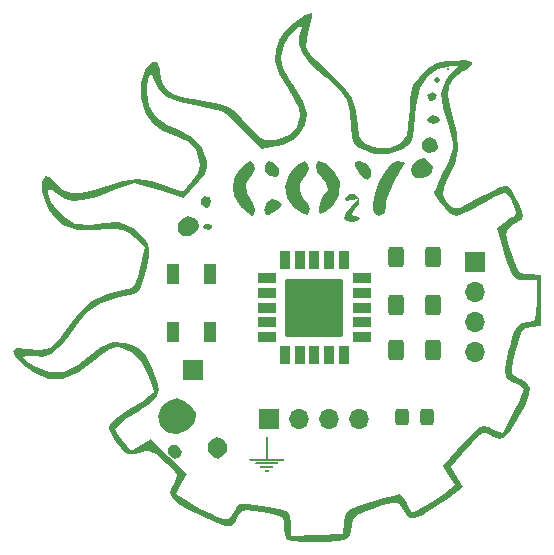
<source format=gbr>
%TF.GenerationSoftware,KiCad,Pcbnew,7.0.8*%
%TF.CreationDate,2024-03-19T09:57:53+01:00*%
%TF.ProjectId,CO2Y-brkout,434f3259-2d62-4726-9b6f-75742e6b6963,rev?*%
%TF.SameCoordinates,Original*%
%TF.FileFunction,Soldermask,Top*%
%TF.FilePolarity,Negative*%
%FSLAX46Y46*%
G04 Gerber Fmt 4.6, Leading zero omitted, Abs format (unit mm)*
G04 Created by KiCad (PCBNEW 7.0.8) date 2024-03-19 09:57:53*
%MOMM*%
%LPD*%
G01*
G04 APERTURE LIST*
G04 Aperture macros list*
%AMRoundRect*
0 Rectangle with rounded corners*
0 $1 Rounding radius*
0 $2 $3 $4 $5 $6 $7 $8 $9 X,Y pos of 4 corners*
0 Add a 4 corners polygon primitive as box body*
4,1,4,$2,$3,$4,$5,$6,$7,$8,$9,$2,$3,0*
0 Add four circle primitives for the rounded corners*
1,1,$1+$1,$2,$3*
1,1,$1+$1,$4,$5*
1,1,$1+$1,$6,$7*
1,1,$1+$1,$8,$9*
0 Add four rect primitives between the rounded corners*
20,1,$1+$1,$2,$3,$4,$5,0*
20,1,$1+$1,$4,$5,$6,$7,0*
20,1,$1+$1,$6,$7,$8,$9,0*
20,1,$1+$1,$8,$9,$2,$3,0*%
G04 Aperture macros list end*
%ADD10RoundRect,0.050800X-2.400000X-2.400000X2.400000X-2.400000X2.400000X2.400000X-2.400000X2.400000X0*%
%ADD11RoundRect,0.050800X0.400000X0.750000X-0.400000X0.750000X-0.400000X-0.750000X0.400000X-0.750000X0*%
%ADD12RoundRect,0.050800X0.750000X-0.400000X0.750000X0.400000X-0.750000X0.400000X-0.750000X-0.400000X0*%
%ADD13RoundRect,0.050800X-0.400000X-0.750000X0.400000X-0.750000X0.400000X0.750000X-0.400000X0.750000X0*%
%ADD14RoundRect,0.050800X-0.750000X0.400000X-0.750000X-0.400000X0.750000X-0.400000X0.750000X0.400000X0*%
%ADD15R,1.700000X1.700000*%
%ADD16O,1.700000X1.700000*%
%ADD17R,1.000000X1.800000*%
%ADD18RoundRect,0.249999X-0.325001X-0.450001X0.325001X-0.450001X0.325001X0.450001X-0.325001X0.450001X0*%
%ADD19RoundRect,0.250000X-0.400000X-0.625000X0.400000X-0.625000X0.400000X0.625000X-0.400000X0.625000X0*%
G04 APERTURE END LIST*
%TO.C,graf5*%
G36*
X155037277Y-56755489D02*
G01*
X154902170Y-56890595D01*
X154767064Y-56755489D01*
X154902170Y-56620383D01*
X155037277Y-56755489D01*
G37*
G36*
X153910822Y-58919531D02*
G01*
X153956426Y-59036350D01*
X153777637Y-59389199D01*
X153431079Y-59473699D01*
X153318583Y-59405235D01*
X153154206Y-59012990D01*
X153443423Y-58789927D01*
X153551106Y-58782085D01*
X153910822Y-58919531D01*
G37*
G36*
X154126333Y-60842530D02*
G01*
X154226638Y-61078893D01*
X154001363Y-61408983D01*
X153686213Y-61484212D01*
X153246093Y-61315256D01*
X153145787Y-61078893D01*
X153371062Y-60748803D01*
X153686213Y-60673574D01*
X154126333Y-60842530D01*
G37*
G36*
X154218786Y-57636646D02*
G01*
X154226638Y-57701234D01*
X154021013Y-57963594D01*
X153956426Y-57971446D01*
X153694065Y-57765821D01*
X153686213Y-57701234D01*
X153891838Y-57438873D01*
X153956426Y-57431021D01*
X154218786Y-57636646D01*
G37*
G36*
X153920833Y-62777163D02*
G01*
X154086751Y-63305747D01*
X154029210Y-63578361D01*
X153696582Y-63866215D01*
X153183024Y-63879575D01*
X152766170Y-63629916D01*
X152708043Y-63523748D01*
X152699515Y-62937280D01*
X153123552Y-62600622D01*
X153403038Y-62565063D01*
X153920833Y-62777163D01*
G37*
G36*
X153262129Y-64611496D02*
G01*
X153638359Y-65105143D01*
X153571767Y-65508892D01*
X153361958Y-65753574D01*
X152816890Y-66036502D01*
X152217296Y-66033648D01*
X151974865Y-65897687D01*
X151790072Y-65387831D01*
X151963810Y-64805424D01*
X152316384Y-64466596D01*
X152860623Y-64348695D01*
X153262129Y-64611496D01*
G37*
%TO.C,graf4*%
G36*
X148024929Y-64837685D02*
G01*
X148368501Y-65368962D01*
X148368842Y-65891383D01*
X148102976Y-66207181D01*
X147714786Y-66001702D01*
X147378099Y-65563124D01*
X147024584Y-64968006D01*
X147008674Y-64688599D01*
X147341764Y-64609749D01*
X147472621Y-64607873D01*
X148024929Y-64837685D01*
G37*
G36*
X140223453Y-64794754D02*
G01*
X140571059Y-65211016D01*
X140618381Y-65640081D01*
X140599018Y-65676887D01*
X140325039Y-65916190D01*
X139860319Y-65836614D01*
X139713511Y-65779980D01*
X139436439Y-65461713D01*
X139396372Y-65000792D01*
X139585696Y-64656108D01*
X139747978Y-64607873D01*
X140223453Y-64794754D01*
G37*
G36*
X140581350Y-67944561D02*
G01*
X140585334Y-67947461D01*
X140896336Y-68227402D01*
X140814516Y-68464837D01*
X140435488Y-68753521D01*
X139801141Y-69131008D01*
X139473183Y-69122065D01*
X139375912Y-68722451D01*
X139375745Y-68694150D01*
X139558216Y-68054757D01*
X140008599Y-67774945D01*
X140581350Y-67944561D01*
G37*
G36*
X144652407Y-64841535D02*
G01*
X145282753Y-65427252D01*
X145698357Y-66192116D01*
X145748728Y-66391733D01*
X145697597Y-67471673D01*
X145179558Y-68406172D01*
X144509788Y-68931277D01*
X144107880Y-69074997D01*
X143977270Y-68817260D01*
X143969362Y-68568551D01*
X144128390Y-67919679D01*
X144374681Y-67580213D01*
X144748488Y-67017223D01*
X144588113Y-66407611D01*
X144239575Y-66031346D01*
X143860573Y-65545598D01*
X143702926Y-65030827D01*
X143800493Y-64671896D01*
X143978869Y-64607873D01*
X144652407Y-64841535D01*
G37*
G36*
X138491577Y-64807988D02*
G01*
X138540899Y-65267843D01*
X138330424Y-65776697D01*
X138159788Y-65958936D01*
X137792678Y-66566418D01*
X137878251Y-67273284D01*
X138159788Y-67676717D01*
X138442659Y-68145105D01*
X138561187Y-68693276D01*
X138491178Y-69106677D01*
X138331741Y-69201490D01*
X138004197Y-69026662D01*
X137494950Y-68595451D01*
X137385997Y-68489110D01*
X136783250Y-67564799D01*
X136673618Y-66904274D01*
X136828234Y-66127727D01*
X137215034Y-65369021D01*
X137718446Y-64804411D01*
X138179400Y-64607873D01*
X138491577Y-64807988D01*
G37*
G36*
X151132281Y-64657459D02*
G01*
X151265107Y-64738920D01*
X151134731Y-65021860D01*
X150797719Y-65617164D01*
X150454469Y-66187422D01*
X149992763Y-67088077D01*
X149699976Y-67950264D01*
X149643830Y-68353183D01*
X149567039Y-68963228D01*
X149276917Y-69187872D01*
X149103405Y-69201490D01*
X148735113Y-69099238D01*
X148583305Y-68696868D01*
X148562979Y-68228016D01*
X148701575Y-67333951D01*
X149061511Y-66380198D01*
X149559014Y-65511567D01*
X150110306Y-64872869D01*
X150631614Y-64608915D01*
X150657128Y-64608147D01*
X151132281Y-64657459D01*
G37*
G36*
X143094278Y-64808563D02*
G01*
X143133090Y-65268497D01*
X142924375Y-65774467D01*
X142753405Y-65958936D01*
X142424282Y-66494525D01*
X142376150Y-67153738D01*
X142612633Y-67681481D01*
X142727685Y-67769446D01*
X143076026Y-68160501D01*
X143209478Y-68671491D01*
X143081900Y-69061260D01*
X142985791Y-69118512D01*
X142596785Y-69028518D01*
X142032790Y-68667926D01*
X141918451Y-68573584D01*
X141299510Y-67724372D01*
X141144468Y-66733848D01*
X141458503Y-65746422D01*
X141800719Y-65290792D01*
X142332531Y-64826835D01*
X142770066Y-64610018D01*
X142800507Y-64607873D01*
X143094278Y-64808563D01*
G37*
G36*
X147375647Y-67692972D02*
G01*
X147380611Y-67705413D01*
X147340391Y-68223911D01*
X147067701Y-68671128D01*
X146756403Y-69055917D01*
X146819822Y-69188777D01*
X147034929Y-69201490D01*
X147420623Y-69335367D01*
X147482128Y-69471702D01*
X147250885Y-69674828D01*
X146806596Y-69741915D01*
X146299078Y-69632415D01*
X146131064Y-69421565D01*
X146299996Y-69015630D01*
X146709553Y-68468439D01*
X146739043Y-68435787D01*
X147347022Y-67770359D01*
X146723613Y-67924237D01*
X146257731Y-67947795D01*
X146205579Y-67761610D01*
X146538879Y-67420280D01*
X147022586Y-67392920D01*
X147375647Y-67692972D01*
G37*
%TO.C,graf2*%
G36*
X131893953Y-88604215D02*
G01*
X132150201Y-88778857D01*
X132356057Y-89242956D01*
X132192407Y-89643185D01*
X131771651Y-89776104D01*
X131620888Y-89736877D01*
X131247710Y-89371525D01*
X131243433Y-88875911D01*
X131484441Y-88592145D01*
X131893953Y-88604215D01*
G37*
G36*
X135892477Y-88163416D02*
G01*
X136196879Y-88595716D01*
X136184071Y-89147408D01*
X135948901Y-89502735D01*
X135482423Y-89795348D01*
X135033760Y-89655479D01*
X134556201Y-89133749D01*
X134555592Y-88555371D01*
X134821140Y-88215325D01*
X135393139Y-87990091D01*
X135892477Y-88163416D01*
G37*
G36*
X132585300Y-84886188D02*
G01*
X133194466Y-85355920D01*
X133576488Y-85921422D01*
X133620213Y-86146320D01*
X133385018Y-86814776D01*
X132806610Y-87393983D01*
X132075757Y-87711471D01*
X131868574Y-87729979D01*
X131080364Y-87507877D01*
X130564103Y-86949152D01*
X130381830Y-86215173D01*
X130595584Y-85467309D01*
X130871809Y-85137284D01*
X131498389Y-84781096D01*
X131952660Y-84690086D01*
X132585300Y-84886188D01*
G37*
%TO.C,graf3*%
G36*
X134925549Y-70044546D02*
G01*
X134971277Y-70168851D01*
X134752416Y-70408578D01*
X134565958Y-70439064D01*
X134206367Y-70293157D01*
X134160639Y-70168851D01*
X134379499Y-69929124D01*
X134565958Y-69898638D01*
X134925549Y-70044546D01*
G37*
G36*
X134657440Y-67598629D02*
G01*
X134731562Y-67659349D01*
X134882850Y-68085446D01*
X134685764Y-68462097D01*
X134430851Y-68547575D01*
X134084293Y-68350742D01*
X134010981Y-68253818D01*
X133979415Y-67841723D01*
X134265306Y-67565244D01*
X134657440Y-67598629D01*
G37*
G36*
X133446981Y-69394098D02*
G01*
X133710201Y-69673329D01*
X133834268Y-70204345D01*
X133639011Y-70551520D01*
X133097505Y-70914644D01*
X132513540Y-70926421D01*
X132104827Y-70588820D01*
X132082559Y-70537442D01*
X132055831Y-69913153D01*
X132385243Y-69455613D01*
X132904419Y-69253151D01*
X133446981Y-69394098D01*
G37*
%TO.C,SENSIRION*%
G36*
X143399975Y-52056950D02*
G01*
X143416607Y-52385793D01*
X143273363Y-53032076D01*
X143162935Y-53384569D01*
X142953895Y-54244435D01*
X142929821Y-54943327D01*
X142964602Y-55088044D01*
X143255406Y-55510726D01*
X143849612Y-56154448D01*
X144632678Y-56897639D01*
X144851863Y-57091107D01*
X146022875Y-58221766D01*
X146771739Y-59256617D01*
X147168387Y-60323280D01*
X147282775Y-61527418D01*
X147389605Y-62495657D01*
X147776953Y-63088002D01*
X148545105Y-63414136D01*
X149096114Y-63510692D01*
X150009557Y-63505559D01*
X150746952Y-63151108D01*
X150827909Y-63089146D01*
X151187754Y-62752982D01*
X151414016Y-62345564D01*
X151549614Y-61725619D01*
X151637466Y-60751872D01*
X151662543Y-60341798D01*
X151740810Y-59234747D01*
X151857297Y-58504282D01*
X152068955Y-57986888D01*
X152432736Y-57519050D01*
X152764848Y-57176969D01*
X153398074Y-56608115D01*
X153994203Y-56292775D01*
X154779575Y-56136111D01*
X155375426Y-56083133D01*
X156413473Y-56063244D01*
X156931973Y-56191241D01*
X156930812Y-56467003D01*
X156409880Y-56890407D01*
X156220971Y-57006040D01*
X155439916Y-57580745D01*
X155027574Y-58233123D01*
X154950907Y-59085937D01*
X155176877Y-60261949D01*
X155261967Y-60569416D01*
X155648293Y-62249785D01*
X155724186Y-63620016D01*
X155482912Y-64816993D01*
X155002864Y-65835746D01*
X154552264Y-66776726D01*
X154503860Y-67485585D01*
X154870650Y-68105148D01*
X155240619Y-68448460D01*
X155521746Y-68583971D01*
X155917581Y-68534871D01*
X156537230Y-68265404D01*
X157489798Y-67739813D01*
X157603718Y-67674018D01*
X158540051Y-67170538D01*
X159324054Y-66819353D01*
X159822741Y-66677760D01*
X159898459Y-66685325D01*
X160212618Y-66991756D01*
X160623481Y-67623728D01*
X160856701Y-68066497D01*
X161196145Y-68821876D01*
X161287794Y-69247516D01*
X161150945Y-69483489D01*
X161060108Y-69542935D01*
X160348489Y-69971859D01*
X159965901Y-70337573D01*
X159867021Y-70793888D01*
X160006524Y-71494615D01*
X160248154Y-72298427D01*
X160552989Y-73243624D01*
X160801433Y-73789614D01*
X161091802Y-74054995D01*
X161522413Y-74158370D01*
X161812640Y-74185671D01*
X162820009Y-74269183D01*
X162820009Y-76430885D01*
X162820009Y-78592587D01*
X161970913Y-78675090D01*
X161505643Y-78755874D01*
X161203660Y-78969248D01*
X160976752Y-79439737D01*
X160736706Y-80291871D01*
X160687402Y-80487006D01*
X160424771Y-81553677D01*
X160306476Y-82217799D01*
X160350552Y-82602280D01*
X160575035Y-82830031D01*
X160997957Y-83023961D01*
X161063626Y-83051098D01*
X161586474Y-83355516D01*
X161820122Y-83774550D01*
X161759535Y-84394176D01*
X161399678Y-85300374D01*
X160871658Y-86328883D01*
X160261423Y-87370648D01*
X159762511Y-87959426D01*
X159290211Y-88145849D01*
X158759815Y-87980548D01*
X158443813Y-87780042D01*
X158128364Y-87600353D01*
X157838895Y-87612695D01*
X157469272Y-87879700D01*
X156913363Y-88464000D01*
X156508139Y-88922342D01*
X155150824Y-90469741D01*
X155689405Y-91341182D01*
X156227985Y-92212624D01*
X154973882Y-93122728D01*
X154073342Y-93743327D01*
X153171947Y-94313539D01*
X152769340Y-94544676D01*
X152158176Y-94828606D01*
X151731631Y-94829413D01*
X151349709Y-94482553D01*
X150872419Y-93723479D01*
X150830346Y-93650683D01*
X150607468Y-93503197D01*
X150137894Y-93531377D01*
X149320939Y-93748842D01*
X148754697Y-93931493D01*
X147787606Y-94266388D01*
X147220462Y-94531236D01*
X146938259Y-94819939D01*
X146825989Y-95226398D01*
X146795242Y-95531354D01*
X146640341Y-96258762D01*
X146277844Y-96611247D01*
X146119710Y-96665471D01*
X145534051Y-96751993D01*
X144653911Y-96804655D01*
X143635529Y-96823897D01*
X142635141Y-96810156D01*
X141808985Y-96763870D01*
X141313299Y-96685479D01*
X141248023Y-96651807D01*
X141123098Y-96279893D01*
X141068013Y-95627061D01*
X141067882Y-95593347D01*
X141031331Y-95069745D01*
X140831671Y-94766623D01*
X140333893Y-94568112D01*
X139703518Y-94422425D01*
X138553335Y-94205225D01*
X137816745Y-94156380D01*
X137390935Y-94284912D01*
X137173093Y-94599843D01*
X137157541Y-94645845D01*
X136911377Y-95208897D01*
X136560705Y-95485170D01*
X136014357Y-95475463D01*
X135181163Y-95180577D01*
X134111769Y-94672555D01*
X132839810Y-94012557D01*
X132005539Y-93500574D01*
X131550330Y-93070772D01*
X131415556Y-92657316D01*
X131542592Y-92194372D01*
X131677326Y-91938771D01*
X131913695Y-91484574D01*
X131938228Y-91146286D01*
X131694237Y-90769937D01*
X131125034Y-90201554D01*
X130990622Y-90073587D01*
X130196793Y-89404871D01*
X129616024Y-89135661D01*
X129313626Y-89150936D01*
X128414519Y-89392283D01*
X127852850Y-89423580D01*
X127451030Y-89198497D01*
X127031469Y-88670704D01*
X126933438Y-88529994D01*
X126497920Y-87822117D01*
X126238184Y-87246572D01*
X126206179Y-87084377D01*
X126422433Y-86767537D01*
X126997405Y-86274375D01*
X127820409Y-85696374D01*
X128097669Y-85521008D01*
X128969277Y-84960755D01*
X129628607Y-84494279D01*
X129966644Y-84200259D01*
X129989158Y-84155915D01*
X129908340Y-83804652D01*
X129702190Y-83128116D01*
X129550092Y-82669420D01*
X128948992Y-81535717D01*
X128083811Y-80737270D01*
X127062668Y-80365537D01*
X126808121Y-80349980D01*
X126273967Y-80527578D01*
X125551557Y-80988337D01*
X125035381Y-81417044D01*
X123640732Y-82478679D01*
X122318680Y-83010416D01*
X121043004Y-83013670D01*
X119787487Y-82489859D01*
X118842882Y-81751569D01*
X118357038Y-81215499D01*
X118964763Y-81215499D01*
X119196684Y-81517816D01*
X119874111Y-81981329D01*
X121114741Y-82467038D01*
X122375672Y-82420728D01*
X123623681Y-81848148D01*
X124412999Y-81195722D01*
X125520976Y-80308630D01*
X126575902Y-79917708D01*
X127669284Y-79998393D01*
X128194735Y-80180555D01*
X128849002Y-80544094D01*
X129339713Y-81088553D01*
X129807765Y-81976185D01*
X129864812Y-82103765D01*
X130309803Y-83182333D01*
X130476012Y-83938966D01*
X130316955Y-84514128D01*
X129786148Y-85048286D01*
X128837108Y-85681904D01*
X128640408Y-85803709D01*
X127768995Y-86372546D01*
X127112166Y-86860860D01*
X126779091Y-87185360D01*
X126758636Y-87239395D01*
X126921641Y-87608237D01*
X127315423Y-88178368D01*
X127424412Y-88315350D01*
X128082784Y-89121091D01*
X128905736Y-88634961D01*
X129728688Y-88148832D01*
X131277540Y-89637298D01*
X132826392Y-91125765D01*
X132343851Y-91942768D01*
X131861310Y-92759770D01*
X133019383Y-93492056D01*
X133956341Y-94031222D01*
X134924688Y-94509797D01*
X135222766Y-94635964D01*
X135902943Y-94876752D01*
X136282309Y-94886468D01*
X136553961Y-94653384D01*
X136631638Y-94550384D01*
X136966492Y-94026003D01*
X137093494Y-93758304D01*
X137338764Y-93623672D01*
X137978024Y-93632491D01*
X139072382Y-93786039D01*
X139163620Y-93801556D01*
X140154143Y-93984870D01*
X140935292Y-94154310D01*
X141353798Y-94276266D01*
X141371880Y-94285808D01*
X141530715Y-94629402D01*
X141607104Y-95276990D01*
X141608307Y-95372654D01*
X141608307Y-96313379D01*
X143837562Y-96234898D01*
X146066818Y-96156417D01*
X146150281Y-95149849D01*
X146208379Y-94654213D01*
X146353979Y-94318212D01*
X146693849Y-94061461D01*
X147334760Y-93803578D01*
X148383482Y-93464179D01*
X148393485Y-93461019D01*
X149414287Y-93147418D01*
X150241061Y-92909850D01*
X150736120Y-92787309D01*
X150802551Y-92778757D01*
X151083177Y-92994987D01*
X151435605Y-93522586D01*
X151472697Y-93592536D01*
X151893518Y-94406314D01*
X152969491Y-93795195D01*
X153819639Y-93276214D01*
X154598828Y-92743850D01*
X154759612Y-92621847D01*
X155473761Y-92059617D01*
X154977194Y-91218995D01*
X154480626Y-90378374D01*
X155643822Y-89079097D01*
X156540620Y-88089154D01*
X157171119Y-87451441D01*
X157625541Y-87112043D01*
X157994107Y-87017047D01*
X158367037Y-87112538D01*
X158680321Y-87264532D01*
X159246720Y-87524038D01*
X159558734Y-87603720D01*
X159570542Y-87597086D01*
X159771332Y-87263886D01*
X160108315Y-86610454D01*
X160507158Y-85792813D01*
X160893532Y-84966987D01*
X161193105Y-84288998D01*
X161331546Y-83914870D01*
X161333839Y-83895875D01*
X161106510Y-83642429D01*
X160556120Y-83373482D01*
X160523201Y-83361800D01*
X160070737Y-83160783D01*
X159817871Y-82874243D01*
X159750587Y-82394497D01*
X159854870Y-81613865D01*
X160116702Y-80424665D01*
X160132278Y-80358488D01*
X160428779Y-79270123D01*
X160740013Y-78615132D01*
X161145669Y-78290380D01*
X161725435Y-78192735D01*
X161806711Y-78191406D01*
X162134240Y-78148331D01*
X162316729Y-77943665D01*
X162396179Y-77455789D01*
X162414588Y-76563086D01*
X162414690Y-76430885D01*
X162414690Y-74674502D01*
X161478453Y-74674502D01*
X160962321Y-74643577D01*
X160590293Y-74488301D01*
X160295369Y-74114923D01*
X160010549Y-73429692D01*
X159668833Y-72338855D01*
X159570431Y-72004645D01*
X159065208Y-70280533D01*
X159662713Y-69796702D01*
X160206100Y-69404398D01*
X160562532Y-69212101D01*
X160638767Y-68947957D01*
X160498336Y-68425023D01*
X160220974Y-67836402D01*
X159886418Y-67375197D01*
X159762459Y-67274489D01*
X159440222Y-67338676D01*
X158793504Y-67635087D01*
X157951942Y-68102963D01*
X157801495Y-68193557D01*
X156897596Y-68709596D01*
X156125506Y-69089084D01*
X155637355Y-69258089D01*
X155605569Y-69260705D01*
X155203482Y-69066846D01*
X154667844Y-68587180D01*
X154154614Y-67992239D01*
X153819750Y-67452553D01*
X153767882Y-67251304D01*
X153879613Y-66920394D01*
X154173803Y-66247322D01*
X154588947Y-65372151D01*
X154627893Y-65292826D01*
X154975889Y-64594977D01*
X155205647Y-64073231D01*
X155314295Y-63610218D01*
X155298964Y-63088564D01*
X155156781Y-62390896D01*
X154884876Y-61399841D01*
X154500066Y-60066686D01*
X154360632Y-58789463D01*
X154707115Y-57693333D01*
X155173168Y-57118151D01*
X155761274Y-56570247D01*
X155182611Y-56570247D01*
X154041992Y-56770559D01*
X153181234Y-57386278D01*
X152584286Y-58439575D01*
X152235095Y-59952624D01*
X152157180Y-60749187D01*
X152073012Y-61829538D01*
X151962288Y-62515089D01*
X151768427Y-62950629D01*
X151434849Y-63280949D01*
X151065754Y-63542124D01*
X149915249Y-64014099D01*
X148664819Y-64000866D01*
X147447754Y-63504734D01*
X147407587Y-63478775D01*
X146987800Y-63106724D01*
X146790975Y-62589035D01*
X146742350Y-61738382D01*
X146653277Y-60448050D01*
X146330366Y-59431003D01*
X145690078Y-58525884D01*
X144648872Y-57571338D01*
X144538939Y-57482538D01*
X143355097Y-56443762D01*
X142620933Y-55562987D01*
X142295674Y-54771249D01*
X142338543Y-53999583D01*
X142387156Y-53843161D01*
X142546373Y-53314624D01*
X142459235Y-53189042D01*
X142138324Y-53333264D01*
X141524132Y-53909449D01*
X141041735Y-54800898D01*
X140805367Y-55782737D01*
X140797669Y-55972414D01*
X140980748Y-56702529D01*
X141487963Y-57676163D01*
X141878520Y-58261873D01*
X142636134Y-59519517D01*
X142939375Y-60587730D01*
X142799652Y-61551135D01*
X142416047Y-62248786D01*
X141825180Y-62821929D01*
X140938768Y-63197826D01*
X140475556Y-63311453D01*
X139078390Y-63611091D01*
X137573668Y-61971288D01*
X136821267Y-61168463D01*
X136248882Y-60661392D01*
X135677797Y-60353312D01*
X134929293Y-60147464D01*
X133839711Y-59949667D01*
X132251111Y-59601129D01*
X131138470Y-59165305D01*
X130439912Y-58607723D01*
X130093556Y-57893909D01*
X130085387Y-57858143D01*
X129896301Y-57328593D01*
X129701822Y-57283382D01*
X129541419Y-57668285D01*
X129454557Y-58429082D01*
X129448733Y-58732828D01*
X129619696Y-59944595D01*
X130171112Y-60865982D01*
X131160767Y-61569423D01*
X131989025Y-61917032D01*
X133263273Y-62576204D01*
X134088837Y-63510280D01*
X134474085Y-64587875D01*
X134518585Y-65149482D01*
X134344844Y-65648395D01*
X133874678Y-66260628D01*
X133594893Y-66567256D01*
X132547939Y-67689647D01*
X130437277Y-67068680D01*
X128326615Y-66447713D01*
X126658419Y-67071244D01*
X125161221Y-67593332D01*
X124040574Y-67879058D01*
X123191256Y-67936908D01*
X122508042Y-67775368D01*
X121950328Y-67450971D01*
X121390882Y-67060717D01*
X121140042Y-66981588D01*
X121074288Y-67200170D01*
X121072137Y-67355603D01*
X121289507Y-68020251D01*
X121840724Y-68766859D01*
X122574450Y-69439366D01*
X123339348Y-69881711D01*
X123592246Y-69954379D01*
X124403793Y-69993638D01*
X125380954Y-69895546D01*
X125665754Y-69839564D01*
X127028178Y-69782231D01*
X128240910Y-70233397D01*
X129235325Y-71167253D01*
X129250400Y-71187776D01*
X129523458Y-71626506D01*
X129630884Y-72074515D01*
X129586277Y-72710859D01*
X129431458Y-73571876D01*
X129204746Y-74510725D01*
X128948867Y-75256270D01*
X128754357Y-75600488D01*
X128290296Y-75843390D01*
X127519460Y-76055592D01*
X127137046Y-76120814D01*
X125528559Y-76574922D01*
X124247327Y-77456848D01*
X123413059Y-78534707D01*
X122812670Y-79418625D01*
X122128450Y-80243423D01*
X121927930Y-80446912D01*
X121271382Y-80963013D01*
X120619093Y-81138302D01*
X120012334Y-81115304D01*
X119235596Y-81087912D01*
X118964763Y-81215499D01*
X118357038Y-81215499D01*
X118231709Y-81077213D01*
X118103991Y-80644004D01*
X118460178Y-80450675D01*
X119289067Y-80494199D01*
X120380215Y-80574671D01*
X121187642Y-80378692D01*
X121868658Y-79828457D01*
X122561839Y-78875505D01*
X123632496Y-77432542D01*
X124762984Y-76437952D01*
X126086178Y-75804639D01*
X127734952Y-75445511D01*
X127809991Y-75435561D01*
X128185635Y-75320542D01*
X128448048Y-75011697D01*
X128668148Y-74385583D01*
X128849905Y-73625462D01*
X129231751Y-71900891D01*
X128443772Y-71112913D01*
X127933130Y-70655222D01*
X127436534Y-70398755D01*
X126802099Y-70313537D01*
X125877942Y-70369597D01*
X125125328Y-70458057D01*
X123605411Y-70447709D01*
X122361601Y-69982787D01*
X121351058Y-69044985D01*
X121145076Y-68757414D01*
X120762225Y-67966363D01*
X120560017Y-67107985D01*
X120559732Y-66361404D01*
X120782646Y-65905741D01*
X120804573Y-65890950D01*
X121131634Y-65970015D01*
X121614986Y-66373158D01*
X121774338Y-66550535D01*
X122338374Y-67075028D01*
X122988850Y-67330122D01*
X123830045Y-67319031D01*
X124966238Y-67044968D01*
X126038381Y-66681954D01*
X127441587Y-66258407D01*
X128647361Y-66129772D01*
X129871270Y-66299321D01*
X131306634Y-66761922D01*
X132489004Y-67207909D01*
X133262264Y-66280035D01*
X133765629Y-65561173D01*
X133916115Y-64951764D01*
X133869471Y-64550392D01*
X133548701Y-63555596D01*
X133002992Y-62936855D01*
X132089590Y-62536082D01*
X132036207Y-62520245D01*
X130799367Y-62058965D01*
X129955772Y-61468713D01*
X129358549Y-60638708D01*
X129247482Y-60416827D01*
X128901813Y-59222115D01*
X128902279Y-57978037D01*
X129239266Y-56891154D01*
X129425139Y-56598938D01*
X129919731Y-56164192D01*
X130302585Y-56237297D01*
X130510000Y-56787818D01*
X130529584Y-57126619D01*
X130710209Y-57901988D01*
X131063136Y-58454863D01*
X131338840Y-58710241D01*
X131639802Y-58899469D01*
X132075878Y-59056259D01*
X132756923Y-59214326D01*
X133792792Y-59407384D01*
X134663520Y-59559807D01*
X135628026Y-59748889D01*
X136296304Y-59979871D01*
X136852590Y-60360246D01*
X137481124Y-60997509D01*
X137862787Y-61426442D01*
X138563470Y-62206922D01*
X139045405Y-62653902D01*
X139444878Y-62841326D01*
X139898172Y-62843142D01*
X140339257Y-62770143D01*
X141416169Y-62370392D01*
X142136039Y-61674363D01*
X142417732Y-60763006D01*
X142418945Y-60695128D01*
X142272479Y-60135510D01*
X141888144Y-59316318D01*
X141348537Y-58413133D01*
X141338094Y-58397464D01*
X140628068Y-57179922D01*
X140305284Y-56160109D01*
X140343311Y-55187992D01*
X140621542Y-54329936D01*
X140970617Y-53791195D01*
X141539139Y-53185709D01*
X142198597Y-52618609D01*
X142820479Y-52195029D01*
X143276271Y-52020104D01*
X143399975Y-52056950D01*
G37*
%TO.C,G\u002A\u002A\u002A*%
G36*
X139600228Y-87929078D02*
G01*
X139620363Y-87939999D01*
X139635099Y-87954722D01*
X139660435Y-87983077D01*
X139660435Y-88883525D01*
X139660435Y-89783972D01*
X140328646Y-89783972D01*
X140996856Y-89783972D01*
X141023115Y-89806067D01*
X141047771Y-89836511D01*
X141056344Y-89870791D01*
X141048830Y-89905868D01*
X141025224Y-89938702D01*
X141023315Y-89940516D01*
X141003644Y-89958843D01*
X139573000Y-89958843D01*
X138142356Y-89958843D01*
X138122684Y-89940516D01*
X138098122Y-89907911D01*
X138089652Y-89872882D01*
X138097270Y-89838470D01*
X138120971Y-89807713D01*
X138122885Y-89806067D01*
X138149143Y-89783972D01*
X138817354Y-89783972D01*
X139485564Y-89783972D01*
X139485564Y-88883525D01*
X139485564Y-87983077D01*
X139510900Y-87954722D01*
X139531510Y-87935589D01*
X139552822Y-87927586D01*
X139573000Y-87926366D01*
X139600228Y-87929078D01*
G37*
G36*
X139625208Y-90715267D02*
G01*
X139662896Y-90715849D01*
X139689030Y-90717294D01*
X139706576Y-90719990D01*
X139718500Y-90724326D01*
X139727769Y-90730690D01*
X139733917Y-90736231D01*
X139755350Y-90766817D01*
X139762259Y-90801252D01*
X139755416Y-90835148D01*
X139735596Y-90864119D01*
X139708225Y-90881976D01*
X139683818Y-90887940D01*
X139646924Y-90891981D01*
X139602288Y-90894106D01*
X139554659Y-90894320D01*
X139508784Y-90892631D01*
X139469408Y-90889044D01*
X139441280Y-90883567D01*
X139435855Y-90881605D01*
X139406221Y-90860303D01*
X139388724Y-90830238D01*
X139384099Y-90795904D01*
X139393081Y-90761798D01*
X139412082Y-90736231D01*
X139421227Y-90728305D01*
X139431057Y-90722665D01*
X139444536Y-90718922D01*
X139464633Y-90716689D01*
X139494313Y-90715577D01*
X139536542Y-90715198D01*
X139573000Y-90715160D01*
X139625208Y-90715267D01*
G37*
G36*
X140521716Y-90119846D02*
G01*
X140544517Y-90153226D01*
X140551097Y-90189304D01*
X140541497Y-90224762D01*
X140520044Y-90252497D01*
X140497262Y-90273611D01*
X139578281Y-90273301D01*
X139426715Y-90273214D01*
X139291737Y-90273055D01*
X139172446Y-90272813D01*
X139067943Y-90272475D01*
X138977328Y-90272030D01*
X138899702Y-90271468D01*
X138834164Y-90270776D01*
X138779815Y-90269944D01*
X138735756Y-90268959D01*
X138701086Y-90267811D01*
X138674906Y-90266488D01*
X138656317Y-90264979D01*
X138644417Y-90263272D01*
X138638403Y-90261409D01*
X138612733Y-90238380D01*
X138596876Y-90206640D01*
X138594032Y-90187927D01*
X138599406Y-90160228D01*
X138613445Y-90131939D01*
X138631883Y-90111031D01*
X138636956Y-90107742D01*
X138648912Y-90106064D01*
X138678196Y-90104559D01*
X138724824Y-90103227D01*
X138788814Y-90102069D01*
X138870183Y-90101083D01*
X138968948Y-90100270D01*
X139085127Y-90099630D01*
X139218736Y-90099162D01*
X139369794Y-90098867D01*
X139538317Y-90098744D01*
X139577194Y-90098740D01*
X140500610Y-90098740D01*
X140521716Y-90119846D01*
G37*
G36*
X139679201Y-90387292D02*
G01*
X139769811Y-90387369D01*
X139845711Y-90387553D01*
X139908287Y-90387892D01*
X139958929Y-90388432D01*
X139999024Y-90389218D01*
X140029959Y-90390298D01*
X140053124Y-90391717D01*
X140069907Y-90393522D01*
X140081694Y-90395760D01*
X140089875Y-90398476D01*
X140095837Y-90401718D01*
X140100172Y-90404900D01*
X140125117Y-90434053D01*
X140136082Y-90468783D01*
X140131801Y-90504358D01*
X140128786Y-90511620D01*
X140123272Y-90523408D01*
X140117884Y-90533362D01*
X140111189Y-90541636D01*
X140101752Y-90548388D01*
X140088141Y-90553773D01*
X140068922Y-90557946D01*
X140042663Y-90561064D01*
X140007929Y-90563282D01*
X139963288Y-90564756D01*
X139907306Y-90565643D01*
X139838550Y-90566098D01*
X139755586Y-90566276D01*
X139656982Y-90566334D01*
X139625461Y-90566351D01*
X139536079Y-90566318D01*
X139450194Y-90566121D01*
X139369745Y-90565776D01*
X139296672Y-90565299D01*
X139232916Y-90564706D01*
X139180417Y-90564011D01*
X139141115Y-90563232D01*
X139116949Y-90562384D01*
X139113964Y-90562197D01*
X139075646Y-90558578D01*
X139050575Y-90552967D01*
X139034511Y-90543186D01*
X139023214Y-90527057D01*
X139016397Y-90512085D01*
X139008059Y-90473377D01*
X139016733Y-90438561D01*
X139040957Y-90409372D01*
X139067216Y-90387277D01*
X139572491Y-90387277D01*
X139679201Y-90387292D01*
G37*
%TD*%
D10*
%TO.C,U1*%
X143600000Y-77000000D03*
D11*
X141100000Y-73000000D03*
X142350000Y-73000000D03*
X143600000Y-73000000D03*
X144850000Y-73000000D03*
X146100000Y-73000000D03*
D12*
X147600000Y-74500000D03*
X147600000Y-75750000D03*
X147600000Y-77000000D03*
X147600000Y-78250000D03*
X147600000Y-79500000D03*
D13*
X146100000Y-81000000D03*
X144850000Y-81000000D03*
X143600000Y-81000000D03*
X142350000Y-81000000D03*
X141100000Y-81000000D03*
D14*
X139600000Y-79500000D03*
X139600000Y-78250000D03*
X139600000Y-77000000D03*
X139600000Y-75750000D03*
X139600000Y-74500000D03*
%TD*%
D15*
%TO.C,J3*%
X157226000Y-73152000D03*
D16*
X157226000Y-75692000D03*
X157226000Y-78232000D03*
X157226000Y-80772000D03*
%TD*%
D17*
%TO.C,D2*%
X131600000Y-79050000D03*
X134800000Y-79050000D03*
X134800000Y-74150000D03*
X131600000Y-74150000D03*
%TD*%
D18*
%TO.C,D1*%
X151050000Y-86300000D03*
X153100000Y-86300000D03*
%TD*%
D19*
%TO.C,R2*%
X150525000Y-72700000D03*
X153625000Y-72700000D03*
%TD*%
D15*
%TO.C,J1*%
X133350000Y-82296000D03*
%TD*%
D16*
%TO.C,J2*%
X147400000Y-86400000D03*
X144860000Y-86400000D03*
X142320000Y-86400000D03*
D15*
X139780000Y-86400000D03*
%TD*%
D19*
%TO.C,R1*%
X150525000Y-80600000D03*
X153625000Y-80600000D03*
%TD*%
%TO.C,R3*%
X150525000Y-76798400D03*
X153625000Y-76798400D03*
%TD*%
M02*

</source>
